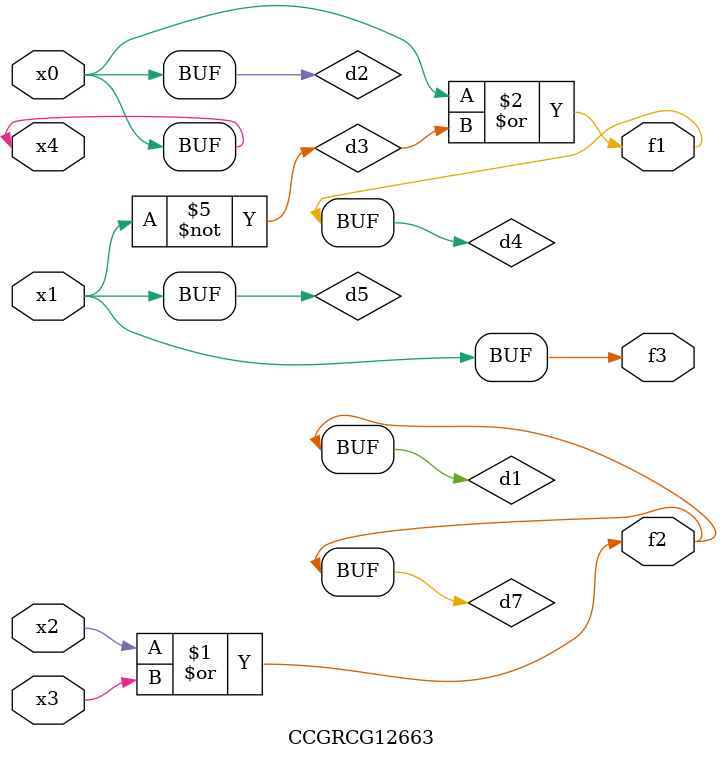
<source format=v>
module CCGRCG12663(
	input x0, x1, x2, x3, x4,
	output f1, f2, f3
);

	wire d1, d2, d3, d4, d5, d6, d7;

	or (d1, x2, x3);
	buf (d2, x0, x4);
	not (d3, x1);
	or (d4, d2, d3);
	not (d5, d3);
	nand (d6, d1, d3);
	or (d7, d1);
	assign f1 = d4;
	assign f2 = d7;
	assign f3 = d5;
endmodule

</source>
